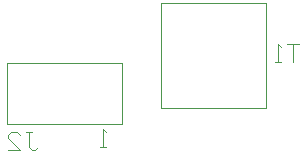
<source format=gbo>
*%FSLAX23Y23*%
*%MOIN*%
G01*
D11*
X6974Y8364D02*
X7014D01*
X6994D02*
X6974D01*
X6994D02*
Y8304D01*
X6954D02*
X6934D01*
X6944D01*
Y8364D01*
X6945D01*
X6944D02*
X6954Y8354D01*
X6125Y8069D02*
X6105D01*
X6115D02*
X6125D01*
X6115D02*
Y8019D01*
X6125Y8009D01*
X6135D01*
X6145Y8019D01*
X6085Y8009D02*
X6045D01*
X6085D02*
X6045Y8049D01*
Y8059D01*
X6055Y8069D01*
X6075D01*
X6085Y8059D01*
D14*
X6557Y8150D02*
Y8500D01*
X6907D02*
Y8150D01*
X6557D01*
Y8500D02*
X6907D01*
X6372Y8021D02*
X6352D01*
X6362D01*
Y8081D01*
X6363D01*
X6362D02*
X6372Y8071D01*
D15*
X6043Y8098D02*
Y8300D01*
X6427D02*
Y8098D01*
Y8300D02*
X6043D01*
Y8098D02*
X6427D01*
D02*
M02*

</source>
